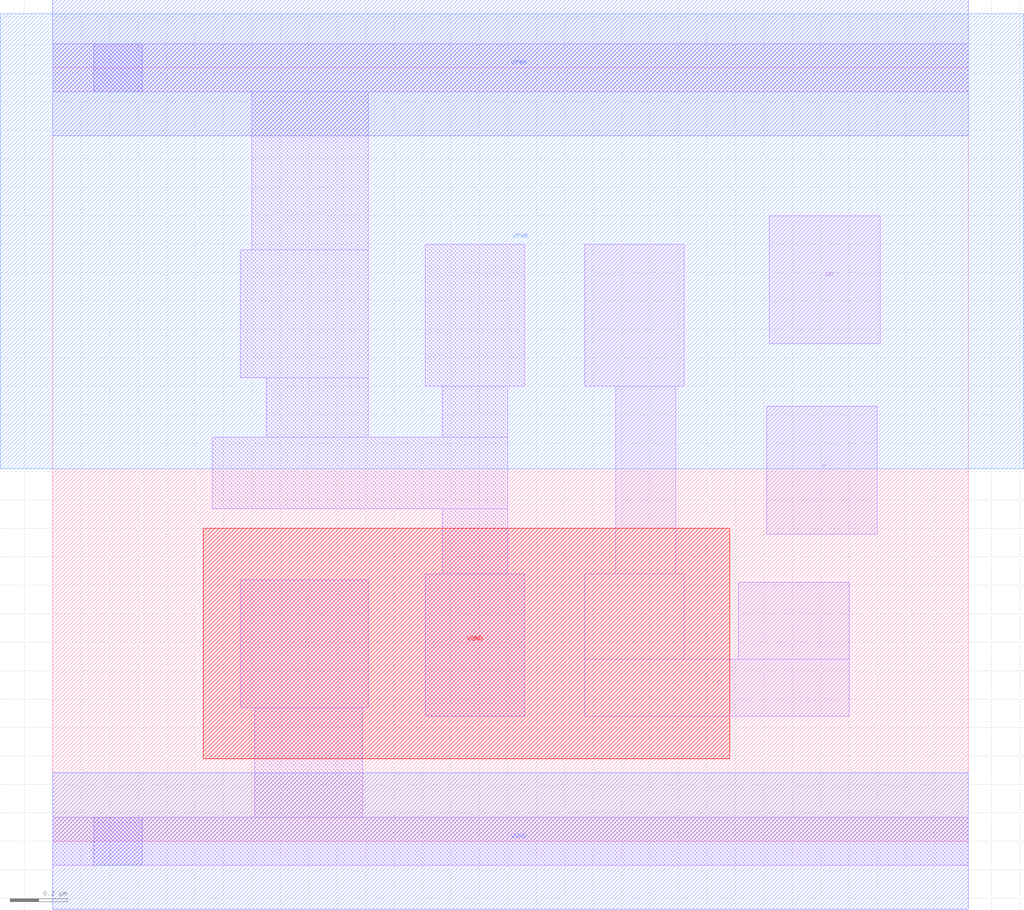
<source format=lef>
VERSION 5.7 ;
  NOWIREEXTENSIONATPIN ON ;
  DIVIDERCHAR "/" ;
  BUSBITCHARS "[]" ;
MACRO transmission_gate
  CLASS Core ;
  FOREIGN transmission_gate ;
  ORIGIN 0 0 ;
  SIZE 3.22 BY 2.72 ;
  SITE unithd ;
  PIN GN
    ANTENNAGATEAREA 0.082500 ;
    PORT
      LAYER li1 ;
        RECT 2.520 1.750 2.910 2.200 ;
    END
  END GN
  PIN G
    ANTENNAGATEAREA 0.082500 ;
    PORT
      LAYER li1 ;
        RECT 2.510 1.080 2.900 1.530 ;
    END
  END G
  PIN O
    ANTENNADIFFAREA 0.451000 ;
    PORT
      LAYER li1 ;
        RECT 1.870 1.600 2.220 2.100 ;
        RECT 1.980 0.940 2.190 1.600 ;
        RECT 1.870 0.640 2.220 0.940 ;
        RECT 2.410 0.640 2.800 0.910 ;
        RECT 1.870 0.440 2.800 0.640 ;
    END
  END O
  PIN VGND
    USE GROUND ;
    PORT
      LAYER pwell ;
        RECT 0.530 0.290 2.380 1.100 ;
      LAYER met1 ;
        RECT 0.000 -0.240 3.220 0.240 ;
    END
  END VGND
  PIN VPWR
    USE POWER ;
    PORT
      LAYER nwell ;
        RECT -0.185 1.310 3.415 2.910 ;
      LAYER met1 ;
        RECT 0.000 2.480 3.220 2.960 ;
    END
  END VPWR
  OBS
      LAYER li1 ;
        RECT 0.000 2.635 3.220 2.805 ;
        RECT 0.700 2.080 1.110 2.635 ;
        RECT 0.660 1.630 1.110 2.080 ;
        RECT 0.750 1.420 1.110 1.630 ;
        RECT 1.310 1.600 1.660 2.100 ;
        RECT 1.370 1.420 1.600 1.600 ;
        RECT 0.560 1.170 1.600 1.420 ;
        RECT 1.370 0.940 1.600 1.170 ;
        RECT 0.660 0.470 1.110 0.920 ;
        RECT 0.710 0.085 1.090 0.470 ;
        RECT 1.310 0.440 1.660 0.940 ;
        RECT 0.000 -0.085 3.220 0.085 ;
      LAYER mcon ;
        RECT 0.145 2.635 0.315 2.805 ;
        RECT 0.145 -0.085 0.315 0.085 ;
  END
END transmission_gate
END LIBRARY


</source>
